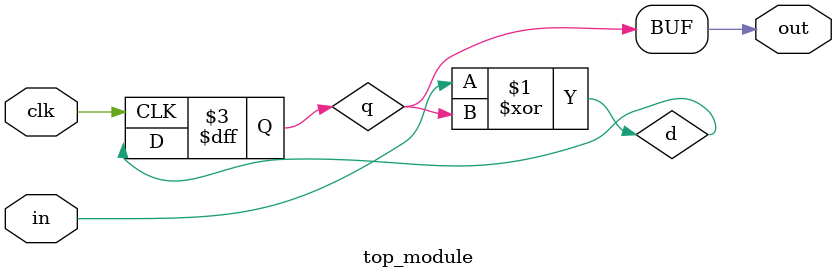
<source format=v>
module top_module(
  input clk,
  input in,
  output out
);

  wire d;
  reg q;

  assign d = in ^ q;

  always @(posedge clk)
    q = d;

  assign out = q;

endmodule

</source>
